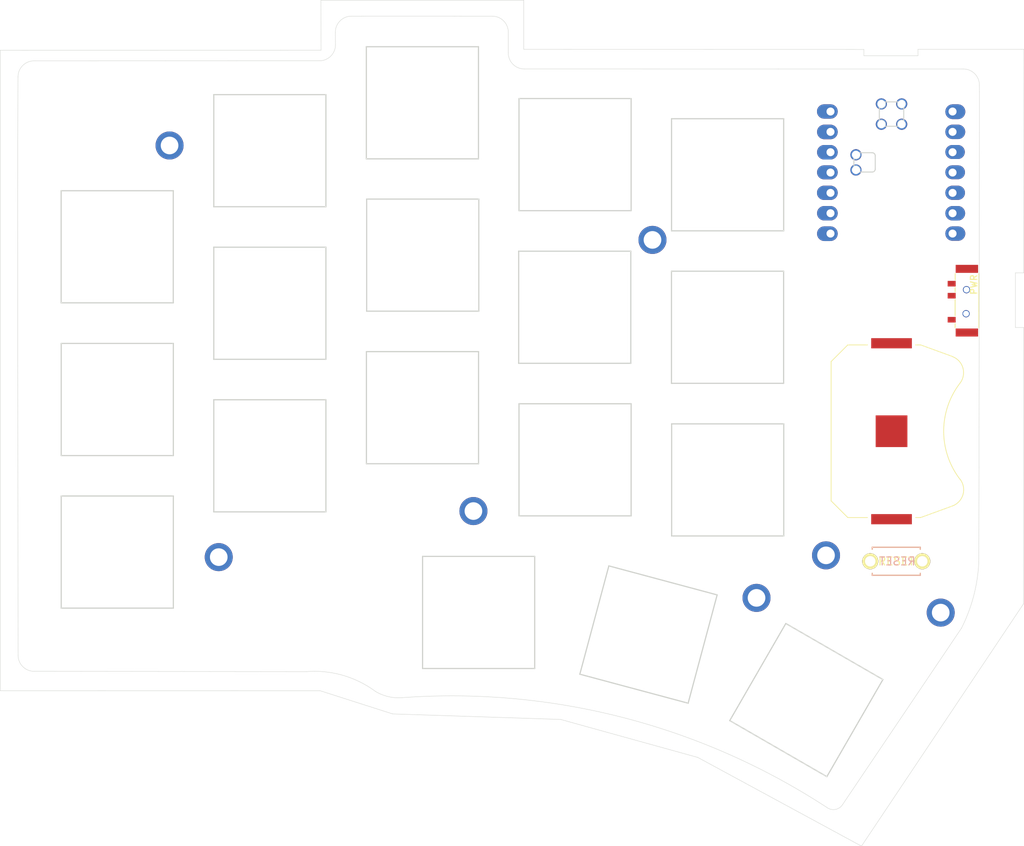
<source format=kicad_pcb>
(kicad_pcb (version 20211014) (generator pcbnew)
  (layers (0 "F.Cu" signal) (31 "B.Cu" signal) (34 "B.Paste" user) (35 "F.Paste" user) (36 "B.SilkS" user "B.Silkscreen") (37 "F.SilkS" user "F.Silkscreen") (38 "B.Mask" user) (39 "F.Mask" user) (44 "Edge.Cuts" user))
  (net 0 "")
  (footprint "jmnw:MX_cutout" (layer "F.Cu") (at 89.36 79.15)
    (fp_text reference "SW13" hide)
    (fp_text value "MX" hide)
    (fp_line (start 7 7) (end 7 -7) (layer "Edge.Cuts") (width 0.15))
    (fp_line (start -7 7) (end 7 7) (layer "Edge.Cuts") (width 0.15))
    (fp_line (start -7 7) (end -7 -7) (layer "Edge.Cuts") (width 0.15))
    (fp_line (start -7 -7) (end 7 -7) (layer "Edge.Cuts") (width 0.15))
  )
  (footprint "jmnw:MX_cutout" (layer "F.Cu") (at 175.41 135.75 -30)
    (fp_text reference "SW18" hide)
    (fp_text value "MX" hide)
    (fp_line (start -7 7) (end -7 -7) (layer "Edge.Cuts") (width 0.15))
    (fp_line (start 7 7) (end 7 -7) (layer "Edge.Cuts") (width 0.15))
    (fp_line (start -7 7) (end 7 7) (layer "Edge.Cuts") (width 0.15))
    (fp_line (start -7 -7) (end 7 -7) (layer "Edge.Cuts") (width 0.15))
  )
  (footprint "jmnw:MX_cutout" (layer "F.Cu") (at 127.47 61.17)
    (fp_text reference "SW13" hide)
    (fp_text value "MX" hide)
    (fp_line (start -7 7) (end 7 7) (layer "Edge.Cuts") (width 0.15))
    (fp_line (start 7 7) (end 7 -7) (layer "Edge.Cuts") (width 0.15))
    (fp_line (start -7 7) (end -7 -7) (layer "Edge.Cuts") (width 0.15))
    (fp_line (start -7 -7) (end 7 -7) (layer "Edge.Cuts") (width 0.15))
  )
  (footprint "kbd:ResetSW" (layer "F.Cu") (at 186.63796 118.42084)
    (fp_text reference "RSW1" hide)
    (fp_text value "SW_PUSH" hide)
    (fp_text user "RESET" (at 0.127 0) (layer "B.SilkS") (effects (justify mirror)))
    (fp_text user "RESET" (at 0 0) (layer "F.SilkS"))
    (fp_line (start -3 -1.5) (end -3 -1.75) (layer "B.SilkS") (width 0.15))
    (fp_line (start 3 1.75) (end -3 1.75) (layer "B.SilkS") (width 0.15))
    (fp_line (start -3 -1.75) (end 3 -1.75) (layer "B.SilkS") (width 0.15))
    (fp_line (start 3 -1.75) (end 3 -1.5) (layer "B.SilkS") (width 0.15))
    (fp_line (start -3 1.75) (end -3 1.5) (layer "B.SilkS") (width 0.15))
    (fp_line (start 3 1.5) (end 3 1.75) (layer "B.SilkS") (width 0.15))
    (fp_line (start 3 1.75) (end 3 1.5) (layer "F.SilkS") (width 0.15))
    (fp_line (start 3 -1.75) (end 3 -1.5) (layer "F.SilkS") (width 0.15))
    (fp_line (start -3 1.75) (end 3 1.75) (layer "F.SilkS") (width 0.15))
    (fp_line (start -3 -1.75) (end -3 -1.5) (layer "F.SilkS") (width 0.15))
    (fp_line (start -3 1.75) (end -3 1.5) (layer "F.SilkS") (width 0.15))
    (fp_line (start -3 -1.75) (end 3 -1.75) (layer "F.SilkS") (width 0.15))
    (pad "1" thru_hole circle locked (at 3.25 0) (size 2 2) (drill 1.3) (layers F&B.Cu *.Mask "F.SilkS"))
    (pad "2" thru_hole circle locked (at -3.25 0) (size 2 2) (drill 1.3) (layers F&B.Cu *.Mask "F.SilkS"))
  )
  (footprint "" (layer "F.Cu") (at 102.03796 117.90084)
    (fp_text reference "" (at 0 0) (layer "F.SilkS") (effects (font (size 1.27 1.27))))
    (fp_text value "" (at 0 0) (layer "F.SilkS") (effects (font (size 1.27 1.27))))
    (pad "" thru_hole circle (at 0 0) (size 3.5 3.5) (drill 2.2) (layers F&B.Cu *.Mask))
  )
  (footprint "" (layer "F.Cu") (at 95.89796 66.50084)
    (fp_text reference "" (at 0 0) (layer "F.SilkS") (effects (font (size 1.27 1.27))))
    (fp_text value "" (at 0 0) (layer "F.SilkS") (effects (font (size 1.27 1.27))))
    (pad "" thru_hole circle (at 0 0) (size 3.5 3.5) (drill 2.2) (layers F&B.Cu *.Mask))
  )
  (footprint "jmnw:MX_cutout" (layer "F.Cu") (at 146.49 86.7)
    (fp_text reference "SW13" hide)
    (fp_text value "MX" hide)
    (fp_line (start -7 7) (end -7 -7) (layer "Edge.Cuts") (width 0.15))
    (fp_line (start -7 7) (end 7 7) (layer "Edge.Cuts") (width 0.15))
    (fp_line (start 7 7) (end 7 -7) (layer "Edge.Cuts") (width 0.15))
    (fp_line (start -7 -7) (end 7 -7) (layer "Edge.Cuts") (width 0.15))
  )
  (footprint "jmnw:MX_cutout" (layer "F.Cu") (at 146.53 67.64)
    (fp_text reference "SW13" hide)
    (fp_text value "MX" hide)
    (fp_line (start -7 -7) (end 7 -7) (layer "Edge.Cuts") (width 0.15))
    (fp_line (start -7 7) (end 7 7) (layer "Edge.Cuts") (width 0.15))
    (fp_line (start -7 7) (end -7 -7) (layer "Edge.Cuts") (width 0.15))
    (fp_line (start 7 7) (end 7 -7) (layer "Edge.Cuts") (width 0.15))
  )
  (footprint "swoop:M2_hole_3.5mm" (layer "F.Cu") (at 192.18796 124.83084)
    (fp_text reference "Ref**" hide)
    (fp_text value "Val**" hide)
    (pad "" thru_hole circle (at 0 0) (size 3.5 3.5) (drill 2.2) (layers F&B.Cu *.Mask))
  )
  (footprint "swoop:M2_hole_3.5mm" (layer "F.Cu") (at 177.86796 117.68084)
    (fp_text reference "Ref**" hide)
    (fp_text value "Val**" hide)
    (pad "" thru_hole circle (at 0 0) (size 3.5 3.5) (drill 2.2) (layers F&B.Cu *.Mask))
  )
  (footprint "TOTEMlib:MSK12C02" (layer "F.Cu") (at 196.75796 89.75584 180)
    (fp_text reference "PWR" (at 0.42 7.245 90) (layer "F.SilkS") (effects (font (size 0.8 0.8)) (justify right)))
    (fp_text value "SW_SPDT" hide)
    (fp_line (start 2.77 1.99) (end 2.77 4.03) (layer "F.SilkS") (width 0.12))
    (fp_line (start 2.76 6.46) (end 2.76 7.25) (layer "F.SilkS") (width 0.12))
    (fp_line (start 2.77 4.96) (end 2.77 5.54) (layer "F.SilkS") (width 0.12))
    (fp_line (start -0.2 7.25) (end -0.2 0.5) (layer "F.SilkS") (width 0.12))
    (fp_line (start 2.77 1.03) (end 2.77 0.5) (layer "F.SilkS") (width 0.12))
    (pad "" np_thru_hole circle locked (at 1.35 5.25 180) (size 0.9 0.9) (drill 0.7) (layers F&B.Cu *.Mask))
    (pad "" np_thru_hole circle locked (at 1.4 2.25 180) (size 0.9 0.9) (drill 0.7) (layers F&B.Cu *.Mask))
    (pad "1" smd rect locked (at 3.2 1.5 270) (size 0.7 1) (layers "F.Cu" "F.Paste" "F.Mask"))
    (pad "2" smd rect locked (at 3.2 4.5 270) (size 0.7 1) (layers "F.Cu" "F.Paste" "F.Mask"))
    (pad "3" smd rect locked (at 3.2 6 270) (size 0.7 1) (layers "F.Cu" "F.Paste" "F.Mask"))
    (pad "NC" smd rect locked (at 1.3 -0.1 180) (size 2.8 1) (layers "F.Cu" "F.Paste" "F.Mask"))
    (pad "NC" smd rect locked (at 1.3 7.85 180) (size 2.8 1) (layers "F.Cu" "F.Paste" "F.Mask"))
  )
  (footprint "pierce:BatteryHolder_Keystone_3034_1x20mm" (layer "F.Cu") (at 186.04796 102.18084 90)
    (fp_text reference "BT1" hide)
    (fp_text value "Device_Battery_Cell" hide)
    (fp_line (start 10.78 3) (end 10.78 3.63) (layer "F.SilkS") (width 0.1))
    (fp_line (start 8.7 -7.54) (end 10.78 -5.46) (layer "F.SilkS") (width 0.1))
    (fp_line (start -10.78 3.63) (end -9.34 7.58) (layer "F.SilkS") (width 0.1))
    (fp_line (start 8.7 -7.54) (end -8.7 -7.54) (layer "F.SilkS") (width 0.1))
    (fp_line (start -10.78 3) (end -10.78 3.63) (layer "F.SilkS") (width 0.1))
    (fp_line (start -8.7 -7.54) (end -10.78 -5.46) (layer "F.SilkS") (width 0.1))
    (fp_line (start 10.78 3.63) (end 9.34 7.58) (layer "F.SilkS") (width 0.1))
    (fp_line (start -10.78 -5.46) (end -10.78 -3) (layer "F.SilkS") (width 0.1))
    (fp_line (start 10.78 -5.46) (end 10.78 -3) (layer "F.SilkS") (width 0.1))
    (fp_arc (start -6.0046 8.553536) (mid -0.002901 6.511341) (end 6 8.55) (layer "F.SilkS") (width 0.1))
    (fp_arc (start 9.325243 7.588169) (mid 7.90634 8.911668) (end 6 8.55) (layer "F.SilkS") (width 0.1))
    (fp_arc (start -6.003354 8.56653) (mid -7.921654 8.918739) (end -9.34 7.58) (layer "F.SilkS") (width 0.1))
    (pad "1" smd rect locked (at 10.985 0 90) (size 1.27 5.08) (layers "F.Cu" "F.Paste" "F.Mask"))
    (pad "1" smd rect locked (at -10.985 0 90) (size 1.27 5.08) (layers "F.Cu" "F.Paste" "F.Mask"))
    (pad "2" smd rect locked (at 0 0 90) (size 3.96 3.96) (layers "F.Cu" "F.Paste" "F.Mask"))
  )
  (footprint "jmnw:MX_cutout" (layer "F.Cu") (at 165.569999 89.200003)
    (fp_text reference "SW13" hide)
    (fp_text value "MX" hide)
    (fp_line (start 7 7) (end 7 -7) (layer "Edge.Cuts") (width 0.15))
    (fp_line (start -7 7) (end 7 7) (layer "Edge.Cuts") (width 0.15))
    (fp_line (start -7 -7) (end 7 -7) (layer "Edge.Cuts") (width 0.15))
    (fp_line (start -7 7) (end -7 -7) (layer "Edge.Cuts") (width 0.15))
  )
  (footprint "" (layer "F.Cu") (at 169.19 122.99)
    (fp_text reference "" (at 0 0) (layer "F.SilkS") (effects (font (size 1.27 1.27))))
    (fp_text value "" (at 0 0) (layer "F.SilkS") (effects (font (size 1.27 1.27))))
    (pad "" thru_hole circle (at 0 0) (size 3.5 3.5) (drill 2.2) (layers *.Cu *.Mask))
  )
  (footprint "jmnw:MX_cutout" (layer "F.Cu") (at 134.49 124.81)
    (fp_text reference "SW13" hide)
    (fp_text value "MX" hide)
    (fp_line (start -7 7) (end 7 7) (layer "Edge.Cuts") (width 0.15))
    (fp_line (start -7 -7) (end 7 -7) (layer "Edge.Cuts") (width 0.15))
    (fp_line (start -7 7) (end -7 -7) (layer "Edge.Cuts") (width 0.15))
    (fp_line (start 7 7) (end 7 -7) (layer "Edge.Cuts") (width 0.15))
  )
  (footprint "jmnw:MX_cutout" (layer "F.Cu") (at 155.7 127.57 -15)
    (fp_text reference "SW17" hide)
    (fp_text value "MX" hide)
    (fp_line (start -7 -7) (end 7 -7) (layer "Edge.Cuts") (width 0.15))
    (fp_line (start 7 7) (end 7 -7) (layer "Edge.Cuts") (width 0.15))
    (fp_line (start -7 7) (end -7 -7) (layer "Edge.Cuts") (width 0.15))
    (fp_line (start -7 7) (end 7 7) (layer "Edge.Cuts") (width 0.15))
  )
  (footprint "jmnw:MX_cutout" (layer "F.Cu") (at 108.419997 105.250504)
    (fp_text reference "SW13" hide)
    (fp_text value "MX" hide)
    (fp_line (start 7 7) (end 7 -7) (layer "Edge.Cuts") (width 0.15))
    (fp_line (start -7 7) (end -7 -7) (layer "Edge.Cuts") (width 0.15))
    (fp_line (start -7 7) (end 7 7) (layer "Edge.Cuts") (width 0.15))
    (fp_line (start -7 -7) (end 7 -7) (layer "Edge.Cuts") (width 0.15))
  )
  (footprint "jmnw:MX_cutout" (layer "F.Cu") (at 165.58 70.16)
    (fp_text reference "SW13" hide)
    (fp_text value "MX" hide)
    (fp_line (start -7 -7) (end 7 -7) (layer "Edge.Cuts") (width 0.15))
    (fp_line (start 7 7) (end 7 -7) (layer "Edge.Cuts") (width 0.15))
    (fp_line (start -7 7) (end -7 -7) (layer "Edge.Cuts") (width 0.15))
    (fp_line (start -7 7) (end 7 7) (layer "Edge.Cuts") (width 0.15))
  )
  (footprint "jmnw:MX_cutout" (layer "F.Cu") (at 127.48 99.24)
    (fp_text reference "SW13" hide)
    (fp_text value "MX" hide)
    (fp_line (start -7 -7) (end 7 -7) (layer "Edge.Cuts") (width 0.15))
    (fp_line (start -7 7) (end -7 -7) (layer "Edge.Cuts") (width 0.15))
    (fp_line (start -7 7) (end 7 7) (layer "Edge.Cuts") (width 0.15))
    (fp_line (start 7 7) (end 7 -7) (layer "Edge.Cuts") (width 0.15))
  )
  (footprint "" (layer "F.Cu") (at 156.19796 78.29084)
    (fp_text reference "" (at 0 0) (layer "F.SilkS") (effects (font (size 1.27 1.27))))
    (fp_text value "" (at 0 0) (layer "F.SilkS") (effects (font (size 1.27 1.27))))
    (pad "" thru_hole circle (at 0 0) (size 3.5 3.5) (drill 2.2) (layers F&B.Cu *.Mask))
  )
  (footprint "jmnw:MX_cutout" (layer "F.Cu") (at 89.37 117.27)
    (fp_text reference "SW13" hide)
    (fp_text value "MX" hide)
    (fp_line (start -7 7) (end 7 7) (layer "Edge.Cuts") (width 0.15))
    (fp_line (start -7 7) (end -7 -7) (layer "Edge.Cuts") (width 0.15))
    (fp_line (start -7 -7) (end 7 -7) (layer "Edge.Cuts") (width 0.15))
    (fp_line (start 7 7) (end 7 -7) (layer "Edge.Cuts") (width 0.15))
  )
  (footprint "jmnw:MX_cutout" (layer "F.Cu") (at 165.59 108.26)
    (fp_text reference "SW13" hide)
    (fp_text value "MX" hide)
    (fp_line (start 7 7) (end 7 -7) (layer "Edge.Cuts") (width 0.15))
    (fp_line (start -7 7) (end -7 -7) (layer "Edge.Cuts") (width 0.15))
    (fp_line (start -7 7) (end 7 7) (layer "Edge.Cuts") (width 0.15))
    (fp_line (start -7 -7) (end 7 -7) (layer "Edge.Cuts") (width 0.15))
  )
  (footprint "jmnw:MX_cutout" (layer "F.Cu") (at 108.419998 86.2005)
    (fp_text reference "SW13" hide)
    (fp_text value "MX" hide)
    (fp_line (start -7 7) (end -7 -7) (layer "Edge.Cuts") (width 0.15))
    (fp_line (start -7 -7) (end 7 -7) (layer "Edge.Cuts") (width 0.15))
    (fp_line (start -7 7) (end 7 7) (layer "Edge.Cuts") (width 0.15))
    (fp_line (start 7 7) (end 7 -7) (layer "Edge.Cuts") (width 0.15))
  )
  (footprint "jmnw:MX_cutout" (layer "F.Cu") (at 127.51 80.19)
    (fp_text reference "SW13" hide)
    (fp_text value "MX" hide)
    (fp_line (start -7 -7) (end 7 -7) (layer "Edge.Cuts") (width 0.15))
    (fp_line (start -7 7) (end 7 7) (layer "Edge.Cuts") (width 0.15))
    (fp_line (start 7 7) (end 7 -7) (layer "Edge.Cuts") (width 0.15))
    (fp_line (start -7 7) (end -7 -7) (layer "Edge.Cuts") (width 0.15))
  )
  (footprint "TOTEMlib:xiao-ble-smd-cutout" (layer "F.Cu") (at 186.04796 69.88084)
    (fp_text reference "U2" hide)
    (fp_text value "xiao-ble" hide)
    (fp_line (start -0.8382 -8.826) (end 0.8382 -8.826) (layer "Edge.Cuts") (width 0.12))
    (fp_line (start -1.524 -6.4638) (end -1.524 -8.1402) (layer "Edge.Cuts") (width 0.12))
    (fp_line (start -2.413 -0.063) (end -4.0132 -0.063) (layer "Edge.Cuts") (width 0.12))
    (fp_line (start -4.699 -0.7488) (end -4.699 -1.7902) (layer "Edge.Cuts") (width 0.12))
    (fp_line (start -4.0132 -2.476) (end -2.413 -2.476) (layer "Edge.Cuts") (width 0.12))
    (fp_line (start -2.032 -2.095) (end -2.032 -0.444) (layer "Edge.Cuts") (width 0.12))
    (fp_line (start -0.8382 -5.778) (end 0.8382 -5.778) (layer "Edge.Cuts") (width 0.12))
    (fp_line (start 1.524 -6.4638) (end 1.524 -8.1402) (layer "Edge.Cuts") (width 0.12))
    (fp_arc (start -0.8382 -8.826) (mid -0.920391 -8.222391) (end -1.524 -8.1402) (layer "Edge.Cuts") (width 0.12))
    (fp_arc (start -4.699 -0.7488) (mid -4.095391 -0.666609) (end -4.0132 -0.063) (layer "Edge.Cuts") (width 0.12))
    (fp_arc (start -2.032 -0.444) (mid -2.143592 -0.174592) (end -2.413 -0.063) (layer "Edge.Cuts") (width 0.12))
    (fp_arc (start 0.8382 -5.778) (mid 0.920391 -6.381609) (end 1.524 -6.4638) (layer "Edge.Cuts") (width 0.12))
    (fp_arc (start -2.413 -2.476) (mid -2.143592 -2.364408) (end -2.032 -2.095) (layer "Edge.Cuts") (width 0.12))
    (fp_arc (start -4.0132 -2.476) (mid -4.095391 -1.872391) (end -4.699 -1.7902) (layer "Edge.Cuts") (width 0.12))
    (fp_arc (start -1.524 -6.4638) (mid -0.920391 -6.381609) (end -0.8382 -5.778) (layer "Edge.Cuts") (width 0.12))
    (fp_arc (start 1.524 -8.1402) (mid 0.920393 -8.222393) (end 0.8382 -8.826) (layer "Edge.Cuts") (width 0.12))
    (pad "1" thru_hole oval (at -7.62 -7.62) (size 2.59 1.79) (drill 1 (offset -0.395 -0.005)) (layers F&B.Cu *.Mask))
    (pad "2" thru_hole oval (at -7.62 -5.08) (size 2.58 1.82) (drill 1 (offset -0.39 0.01)) (layers F&B.Cu *.Mask))
    (pad "3" thru_hole oval (at -7.62 -2.54) (size 2.58 1.81) (drill 1 (offset -0.39 0.005)) (layers F&B.Cu *.Mask))
    (pad "4" thru_hole oval (at -7.62 0) (size 2.58 1.75) (drill 1 (offset -0.39 -0.025)) (layers F&B.Cu *.Mask))
    (pad "5" thru_hole oval (at -7.62 2.54) (size 2.59 1.78) (drill 1 (offset -0.395 -0.01)) (layers F&B.Cu *.Mask))
    (pad "6" thru_hole oval (at -7.62 5.08) (size 2.58 1.8) (drill 1 (offset -0.39 0)) (layers F&B.Cu *.Mask))
    (pad "7" thru_hole oval (at -7.62 7.62) (size 2.58 1.83) (drill 1 (offset -0.39 0.015)) (layers F&B.Cu *.Mask))
    (pad "8" thru_hole oval (at 7.62 7.62 180) (size 2.49 1.8) (drill 1 (offset -0.345 0)) (layers F&B.Cu *.Mask))
    (pad "9" thru_hole oval (at 7.62 5.08 180) (size 2.47 1.81) (drill 1 (offset -0.335 -0.005)) (layers F&B.Cu *.Mask))
    (pad "10" thru_hole oval (at 7.62 2.54 180) (size 2.45 1.77) (drill 1 (offset -0.325 0.015)) (layers F&B.Cu *.Mask))
    (pad "11" thru_hole oval (at 7.62 0 180) (size 2.45 1.73) (drill 1 (offset -0.325 0.035)) (layers F&B.Cu *.Mask))
    (pad "12" thru_hole oval (at 7.62 -2.54 180) (size 2.43 1.75) (drill 1 (offset -0.315 0.025)) (layers F&B.Cu *.Mask))
    (pad "13" thru_hole oval (at 7.62 -5.08 180) (size 2.48 1.8) (drill 1 (offset -0.34 0)) (layers F&B.Cu *.Mask))
    (pad "14" thru_hole oval (at 7.62 -7.62 180) (size 2.49 1.85) (drill 1 (offset -0.345 -0.025)) (layers F&B.Cu *.Mask))
    (pad "15" thru_hole circle (at -1.27 -8.572 90) (size 1.397 1.397) (drill 1.016) (layers F&B.Cu *.Mask))
    (pad "16" thru_hole circle (at 1.27 -8.572 90) (size 1.397 1.397) (drill 1.016) (layers F&B.Cu *.Mask))
    (pad "17" thru_hole circle (at -1.27 -6.032 90) (size 1.397 1.397) (drill 1.016) (layers F&B.Cu *.Mask))
    (pad "18" thru_hole circle (at 1.27 -6.032 90) (size 1.397 1.397) (drill 1.016) (layers F&B.Cu *.Mask))
    (pad "19" thru_hole circle (at -4.445 -0.317 180) (size 1.397 1.397) (drill 1.016) (layers F&B.Cu *.Mask))
    (pad "20" thru_hole circle (at -4.445 -2.222 180) (size 1.397 1.397) (drill 1.016) (layers F&B.Cu *.Mask))
  )
  (footprint "jmnw:MX_cutout" (layer "F.Cu") (at 146.53 105.75)
    (fp_text reference "SW13" hide)
    (fp_text value "MX" hide)
    (fp_line (start -7 7) (end -7 -7) (layer "Edge.Cuts") (width 0.15))
    (fp_line (start 7 7) (end 7 -7) (layer "Edge.Cuts") (width 0.15))
    (fp_line (start -7 -7) (end 7 -7) (layer "Edge.Cuts") (width 0.15))
    (fp_line (start -7 7) (end 7 7) (layer "Edge.Cuts") (width 0.15))
  )
  (footprint "" (layer "F.Cu") (at 133.84 112.15)
    (fp_text reference "" (at 0 0) (layer "F.SilkS") (effects (font (size 1.27 1.27))))
    (fp_text value "" (at 0 0) (layer "F.SilkS") (effects (font (size 1.27 1.27))))
    (pad "" thru_hole circle (at 0 0) (size 3.5 3.5) (drill 2.2) (layers F&B.Cu *.Mask))
  )
  (footprint "jmnw:MX_cutout" (layer "F.Cu") (at 108.419993 67.150505)
    (fp_text reference "SW13" hide)
    (fp_text value "MX" hide)
    (fp_line (start 7 7) (end 7 -7) (layer "Edge.Cuts") (width 0.15))
    (fp_line (start -7 7) (end 7 7) (layer "Edge.Cuts") (width 0.15))
    (fp_line (start -7 -7) (end 7 -7) (layer "Edge.Cuts") (width 0.15))
    (fp_line (start -7 7) (end -7 -7) (layer "Edge.Cuts") (width 0.15))
  )
  (footprint "jmnw:MX_cutout" (layer "F.Cu") (at 89.37 98.22)
    (fp_text reference "SW13" hide)
    (fp_text value "MX" hide)
    (fp_line (start -7 -7) (end 7 -7) (layer "Edge.Cuts") (width 0.15))
    (fp_line (start -7 7) (end -7 -7) (layer "Edge.Cuts") (width 0.15))
    (fp_line (start 7 7) (end 7 -7) (layer "Edge.Cuts") (width 0.15))
    (fp_line (start -7 7) (end 7 7) (layer "Edge.Cuts") (width 0.15))
  )
  (gr_line (start 138.193713 52.355122) (end 138.192209 54.94656) (layer "Edge.Cuts") (width 0.05))
  (gr_line (start 76.972104 57.935076) (end 76.92796 72.23084) (layer "Edge.Cuts") (width 0.05))
  (gr_line (start 123.75 137.48) (end 144.73 138.17) (layer "Edge.Cuts") (width 0.05))
  (gr_arc (start 112.98796 132.20084) (mid 117.521924 132.654231) (end 121.60796 134.67084) (layer "Edge.Cuts") (width 0.05))
  (gr_line (start 114.61368 55.926591) (end 95.34796 55.93084) (layer "Edge.Cuts") (width 0.05))
  (gr_line (start 196.947645 118.465606) (end 196.973045 106.680139) (layer "Edge.Cuts") (width 0.05))
  (gr_arc (start 78.982196 132.156696) (mid 77.567974 131.570826) (end 76.982209 130.15656) (layer "Edge.Cuts") (width 0.05))
  (gr_arc (start 195.017973 56.950704) (mid 196.432221 57.536559) (end 197.01796 58.95084) (layer "Edge.Cuts") (width 0.05))
  (gr_arc (start 116.613816 53.926604) (mid 116.027955 55.340836) (end 114.61368 55.926591) (layer "Edge.Cuts") (width 0.05))
  (gr_line (start 202.55 89.23) (end 202.53 123.73) (layer "Edge.Cuts") (width 0.05))
  (gr_arc (start 124.92796 135.45084) (mid 123.20777 135.317032) (end 121.60796 134.67084) (layer "Edge.Cuts") (width 0.05))
  (gr_line (start 76.92796 72.23084) (end 76.982209 130.15656) (layer "Edge.Cuts") (width 0.05))
  (gr_line (start 189.35 54.5) (end 202.29 54.5) (layer "Edge.Cuts") (width 0.05))
  (gr_line (start 197.023045 64.890139) (end 197.023045 59.810139) (layer "Edge.Cuts") (width 0.05))
  (gr_line (start 182.6 54.51) (end 140.12 54.5) (layer "Edge.Cuts") (width 0.05))
  (gr_arc (start 140.192196 56.946696) (mid 138.777974 56.360826) (end 138.192209 54.94656) (layer "Edge.Cuts") (width 0.05))
  (gr_line (start 202.58 54.5) (end 202.58 54.57) (layer "Edge.Cuts") (width 0.05))
  (gr_line (start 74.75 54.61) (end 74.75 134.59) (layer "Edge.Cuts") (width 0.05))
  (gr_line (start 78.982196 132.156696) (end 112.98796 132.20084) (layer "Edge.Cuts") (width 0.05))
  (gr_arc (start 136.193726 50.354986) (mid 137.607981 50.940823) (end 138.193713 52.355122) (layer "Edge.Cuts") (width 0.05))
  (gr_line (start 201.52 82.41) (end 201.52 89.23) (layer "Edge.Cuts") (width 0.05))
  (gr_line (start 114.8 48.36) (end 114.81 54.6) (layer "Edge.Cuts") (width 0.05))
  (gr_line (start 114.68 134.58) (end 123.75 137.48) (layer "Edge.Cuts") (width 0.05))
  (gr_line (start 182.6 55.29) (end 189.35 55.29) (layer "Edge.Cuts") (width 0.05))
  (gr_line (start 182.295 153.99) (end 202.53 123.73) (layer "Edge.Cuts") (width 0.05))
  (gr_line (start 116.613816 53.926604) (end 116.602104 52.355076) (layer "Edge.Cuts") (width 0.05))
  (gr_line (start 144.73 138.17) (end 161.86 142.915) (layer "Edge.Cuts") (width 0.05))
  (gr_line (start 120.15796 50.35084) (end 131.43796 50.35084) (layer "Edge.Cuts") (width 0.05))
  (gr_line (start 201.52 89.23) (end 202.55 89.23) (layer "Edge.Cuts") (width 0.05))
  (gr_line (start 202.29 54.5) (end 202.58 54.5) (layer "Edge.Cuts") (width 0.05))
  (gr_line (start 182.6 54.51) (end 182.6 55.29) (layer "Edge.Cuts") (width 0.05))
  (gr_line (start 118.60224 50.355089) (end 120.15796 50.35084) (layer "Edge.Cuts") (width 0.05))
  (gr_arc (start 179.939638 148.793517) (mid 179.057951 149.400805) (end 178.009638 149.183517) (layer "Edge.Cuts") (width 0.05))
  (gr_line (start 197.01796 58.95084) (end 197.023045 59.810139) (layer "Edge.Cuts") (width 0.05))
  (gr_arc (start 124.92796 135.45084) (mid 152.598352 137.951056) (end 178.009638 149.183517) (layer "Edge.Cuts") (width 0.05))
  (gr_arc (start 116.602104 52.355076) (mid 117.187949 50.940829) (end 118.60224 50.355089) (layer "Edge.Cuts") (width 0.05))
  (gr_line (start 74.75 134.59) (end 114.68 134.58) (layer "Edge.Cuts") (width 0.05))
  (gr_line (start 197.023045 64.890139) (end 196.973045 101.600139) (layer "Edge.Cuts") (width 0.05))
  (gr_line (start 161.86 142.915) (end 182.295 153.99) (layer "Edge.Cuts") (width 0.05))
  (gr_line (start 140.12 54.5) (end 140.12 48.36) (layer "Edge.Cuts") (width 0.05))
  (gr_line (start 202.56 82.41) (end 201.52 82.41) (layer "Edge.Cuts") (width 0.05))
  (gr_line (start 179.939638 148.793517) (end 194.77796 126.78084) (layer "Edge.Cuts") (width 0.05))
  (gr_line (start 75.93 54.61) (end 74.75 54.61) (layer "Edge.Cuts") (width 0.05))
  (gr_line (start 189.35 55.29) (end 189.35 54.5) (layer "Edge.Cuts") (width 0.05))
  (gr_line (start 131.43796 50.35084) (end 136.193726 50.354986) (layer "Edge.Cuts") (width 0.05))
  (gr_line (start 171.92796 56.95084) (end 195.017973 56.950704) (layer "Edge.Cuts") (width 0.05))
  (gr_line (start 114.81 54.6) (end 75.93 54.61) (layer "Edge.Cuts") (width 0.05))
  (gr_arc (start 76.972104 57.935076) (mid 77.557961 56.52084) (end 78.97224 55.935089) (layer "Edge.Cuts") (width 0.05))
  (gr_line (start 95.34796 55.93084) (end 78.97224 55.935089) (layer "Edge.Cuts") (width 0.05))
  (gr_line (start 140.12 48.36) (end 114.8 48.36) (layer "Edge.Cuts") (width 0.05))
  (gr_arc (start 196.947645 118.465606) (mid 196.306498 122.738996) (end 194.77796 126.78084) (layer "Edge.Cuts") (width 0.05))
  (gr_line (start 196.973045 101.600139) (end 196.973045 106.680139) (layer "Edge.Cuts") (width 0.05))
  (gr_line (start 140.192196 56.946696) (end 171.92796 56.95084) (layer "Edge.Cuts") (width 0.05))
  (gr_line (start 202.56 82.41) (end 202.58 54.57) (layer "Edge.Cuts") (width 0.05))
)
</source>
